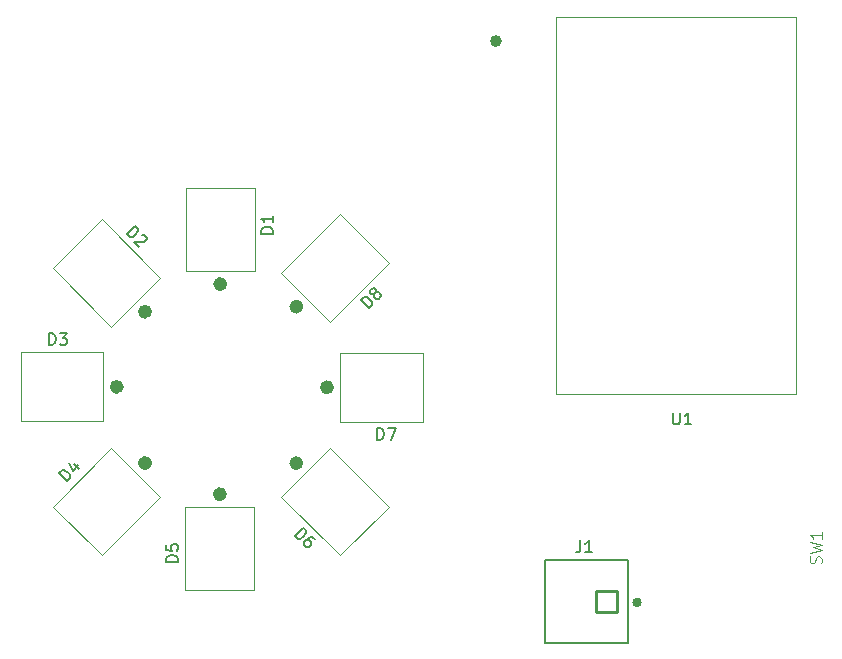
<source format=gto>
G04 #@! TF.GenerationSoftware,KiCad,Pcbnew,7.0.10*
G04 #@! TF.CreationDate,2024-01-02T03:25:23-08:00*
G04 #@! TF.ProjectId,K40-LED_PCB,4b34302d-4c45-4445-9f50-43422e6b6963,rev?*
G04 #@! TF.SameCoordinates,Original*
G04 #@! TF.FileFunction,Legend,Top*
G04 #@! TF.FilePolarity,Positive*
%FSLAX46Y46*%
G04 Gerber Fmt 4.6, Leading zero omitted, Abs format (unit mm)*
G04 Created by KiCad (PCBNEW 7.0.10) date 2024-01-02 03:25:23*
%MOMM*%
%LPD*%
G01*
G04 APERTURE LIST*
G04 Aperture macros list*
%AMRoundRect*
0 Rectangle with rounded corners*
0 $1 Rounding radius*
0 $2 $3 $4 $5 $6 $7 $8 $9 X,Y pos of 4 corners*
0 Add a 4 corners polygon primitive as box body*
4,1,4,$2,$3,$4,$5,$6,$7,$8,$9,$2,$3,0*
0 Add four circle primitives for the rounded corners*
1,1,$1+$1,$2,$3*
1,1,$1+$1,$4,$5*
1,1,$1+$1,$6,$7*
1,1,$1+$1,$8,$9*
0 Add four rect primitives between the rounded corners*
20,1,$1+$1,$2,$3,$4,$5,0*
20,1,$1+$1,$4,$5,$6,$7,0*
20,1,$1+$1,$6,$7,$8,$9,0*
20,1,$1+$1,$8,$9,$2,$3,0*%
%AMRotRect*
0 Rectangle, with rotation*
0 The origin of the aperture is its center*
0 $1 length*
0 $2 width*
0 $3 Rotation angle, in degrees counterclockwise*
0 Add horizontal line*
21,1,$1,$2,0,0,$3*%
G04 Aperture macros list end*
%ADD10C,0.100000*%
%ADD11C,0.150000*%
%ADD12C,0.120000*%
%ADD13C,0.600000*%
%ADD14C,0.500000*%
%ADD15C,0.127000*%
%ADD16C,0.400000*%
%ADD17O,6.000000X2.000000*%
%ADD18R,4.000000X1.100000*%
%ADD19R,4.000000X1.750000*%
%ADD20RotRect,1.100000X4.000000X315.000000*%
%ADD21RotRect,1.750000X4.000000X315.000000*%
%ADD22R,1.100000X4.000000*%
%ADD23R,1.750000X4.000000*%
%ADD24R,2.030000X1.500000*%
%ADD25RotRect,1.100000X4.000000X225.000000*%
%ADD26RotRect,1.750000X4.000000X225.000000*%
%ADD27RotRect,1.100000X4.000000X45.000000*%
%ADD28RotRect,1.750000X4.000000X45.000000*%
%ADD29RotRect,1.100000X4.000000X135.000000*%
%ADD30RotRect,1.750000X4.000000X135.000000*%
%ADD31RoundRect,0.102000X0.900000X0.900000X-0.900000X0.900000X-0.900000X-0.900000X0.900000X-0.900000X0*%
%ADD32C,2.004000*%
G04 APERTURE END LIST*
D10*
X158347000Y-139737932D02*
X158394619Y-139595075D01*
X158394619Y-139595075D02*
X158394619Y-139356980D01*
X158394619Y-139356980D02*
X158347000Y-139261742D01*
X158347000Y-139261742D02*
X158299380Y-139214123D01*
X158299380Y-139214123D02*
X158204142Y-139166504D01*
X158204142Y-139166504D02*
X158108904Y-139166504D01*
X158108904Y-139166504D02*
X158013666Y-139214123D01*
X158013666Y-139214123D02*
X157966047Y-139261742D01*
X157966047Y-139261742D02*
X157918428Y-139356980D01*
X157918428Y-139356980D02*
X157870809Y-139547456D01*
X157870809Y-139547456D02*
X157823190Y-139642694D01*
X157823190Y-139642694D02*
X157775571Y-139690313D01*
X157775571Y-139690313D02*
X157680333Y-139737932D01*
X157680333Y-139737932D02*
X157585095Y-139737932D01*
X157585095Y-139737932D02*
X157489857Y-139690313D01*
X157489857Y-139690313D02*
X157442238Y-139642694D01*
X157442238Y-139642694D02*
X157394619Y-139547456D01*
X157394619Y-139547456D02*
X157394619Y-139309361D01*
X157394619Y-139309361D02*
X157442238Y-139166504D01*
X157394619Y-138833170D02*
X158394619Y-138595075D01*
X158394619Y-138595075D02*
X157680333Y-138404599D01*
X157680333Y-138404599D02*
X158394619Y-138214123D01*
X158394619Y-138214123D02*
X157394619Y-137976028D01*
X158394619Y-137071266D02*
X158394619Y-137642694D01*
X158394619Y-137356980D02*
X157394619Y-137356980D01*
X157394619Y-137356980D02*
X157537476Y-137452218D01*
X157537476Y-137452218D02*
X157632714Y-137547456D01*
X157632714Y-137547456D02*
X157680333Y-137642694D01*
D11*
X103906176Y-139629917D02*
X102906176Y-139629917D01*
X102906176Y-139629917D02*
X102906176Y-139391822D01*
X102906176Y-139391822D02*
X102953795Y-139248965D01*
X102953795Y-139248965D02*
X103049033Y-139153727D01*
X103049033Y-139153727D02*
X103144271Y-139106108D01*
X103144271Y-139106108D02*
X103334747Y-139058489D01*
X103334747Y-139058489D02*
X103477604Y-139058489D01*
X103477604Y-139058489D02*
X103668080Y-139106108D01*
X103668080Y-139106108D02*
X103763318Y-139153727D01*
X103763318Y-139153727D02*
X103858557Y-139248965D01*
X103858557Y-139248965D02*
X103906176Y-139391822D01*
X103906176Y-139391822D02*
X103906176Y-139629917D01*
X102906176Y-138153727D02*
X102906176Y-138629917D01*
X102906176Y-138629917D02*
X103382366Y-138677536D01*
X103382366Y-138677536D02*
X103334747Y-138629917D01*
X103334747Y-138629917D02*
X103287128Y-138534679D01*
X103287128Y-138534679D02*
X103287128Y-138296584D01*
X103287128Y-138296584D02*
X103334747Y-138201346D01*
X103334747Y-138201346D02*
X103382366Y-138153727D01*
X103382366Y-138153727D02*
X103477604Y-138106108D01*
X103477604Y-138106108D02*
X103715699Y-138106108D01*
X103715699Y-138106108D02*
X103810937Y-138153727D01*
X103810937Y-138153727D02*
X103858557Y-138201346D01*
X103858557Y-138201346D02*
X103906176Y-138296584D01*
X103906176Y-138296584D02*
X103906176Y-138534679D01*
X103906176Y-138534679D02*
X103858557Y-138629917D01*
X103858557Y-138629917D02*
X103810937Y-138677536D01*
X99563523Y-111872679D02*
X100270630Y-111165573D01*
X100270630Y-111165573D02*
X100438989Y-111333931D01*
X100438989Y-111333931D02*
X100506332Y-111468618D01*
X100506332Y-111468618D02*
X100506332Y-111603305D01*
X100506332Y-111603305D02*
X100472660Y-111704321D01*
X100472660Y-111704321D02*
X100371645Y-111872679D01*
X100371645Y-111872679D02*
X100270630Y-111973695D01*
X100270630Y-111973695D02*
X100102271Y-112074710D01*
X100102271Y-112074710D02*
X100001256Y-112108382D01*
X100001256Y-112108382D02*
X99866569Y-112108382D01*
X99866569Y-112108382D02*
X99731882Y-112041038D01*
X99731882Y-112041038D02*
X99563523Y-111872679D01*
X100876721Y-111906351D02*
X100944065Y-111906351D01*
X100944065Y-111906351D02*
X101045080Y-111940023D01*
X101045080Y-111940023D02*
X101213439Y-112108382D01*
X101213439Y-112108382D02*
X101247111Y-112209397D01*
X101247111Y-112209397D02*
X101247111Y-112276740D01*
X101247111Y-112276740D02*
X101213439Y-112377756D01*
X101213439Y-112377756D02*
X101146095Y-112445099D01*
X101146095Y-112445099D02*
X101011408Y-112512443D01*
X101011408Y-112512443D02*
X100203286Y-112512443D01*
X100203286Y-112512443D02*
X100641019Y-112950175D01*
X92985062Y-121255903D02*
X92985062Y-120255903D01*
X92985062Y-120255903D02*
X93223157Y-120255903D01*
X93223157Y-120255903D02*
X93366014Y-120303522D01*
X93366014Y-120303522D02*
X93461252Y-120398760D01*
X93461252Y-120398760D02*
X93508871Y-120493998D01*
X93508871Y-120493998D02*
X93556490Y-120684474D01*
X93556490Y-120684474D02*
X93556490Y-120827331D01*
X93556490Y-120827331D02*
X93508871Y-121017807D01*
X93508871Y-121017807D02*
X93461252Y-121113045D01*
X93461252Y-121113045D02*
X93366014Y-121208284D01*
X93366014Y-121208284D02*
X93223157Y-121255903D01*
X93223157Y-121255903D02*
X92985062Y-121255903D01*
X93889824Y-120255903D02*
X94508871Y-120255903D01*
X94508871Y-120255903D02*
X94175538Y-120636855D01*
X94175538Y-120636855D02*
X94318395Y-120636855D01*
X94318395Y-120636855D02*
X94413633Y-120684474D01*
X94413633Y-120684474D02*
X94461252Y-120732093D01*
X94461252Y-120732093D02*
X94508871Y-120827331D01*
X94508871Y-120827331D02*
X94508871Y-121065426D01*
X94508871Y-121065426D02*
X94461252Y-121160664D01*
X94461252Y-121160664D02*
X94413633Y-121208284D01*
X94413633Y-121208284D02*
X94318395Y-121255903D01*
X94318395Y-121255903D02*
X94032681Y-121255903D01*
X94032681Y-121255903D02*
X93937443Y-121208284D01*
X93937443Y-121208284D02*
X93889824Y-121160664D01*
X120785062Y-129300776D02*
X120785062Y-128300776D01*
X120785062Y-128300776D02*
X121023157Y-128300776D01*
X121023157Y-128300776D02*
X121166014Y-128348395D01*
X121166014Y-128348395D02*
X121261252Y-128443633D01*
X121261252Y-128443633D02*
X121308871Y-128538871D01*
X121308871Y-128538871D02*
X121356490Y-128729347D01*
X121356490Y-128729347D02*
X121356490Y-128872204D01*
X121356490Y-128872204D02*
X121308871Y-129062680D01*
X121308871Y-129062680D02*
X121261252Y-129157918D01*
X121261252Y-129157918D02*
X121166014Y-129253157D01*
X121166014Y-129253157D02*
X121023157Y-129300776D01*
X121023157Y-129300776D02*
X120785062Y-129300776D01*
X121689824Y-128300776D02*
X122356490Y-128300776D01*
X122356490Y-128300776D02*
X121927919Y-129300776D01*
X145810095Y-126984019D02*
X145810095Y-127793542D01*
X145810095Y-127793542D02*
X145857714Y-127888780D01*
X145857714Y-127888780D02*
X145905333Y-127936400D01*
X145905333Y-127936400D02*
X146000571Y-127984019D01*
X146000571Y-127984019D02*
X146191047Y-127984019D01*
X146191047Y-127984019D02*
X146286285Y-127936400D01*
X146286285Y-127936400D02*
X146333904Y-127888780D01*
X146333904Y-127888780D02*
X146381523Y-127793542D01*
X146381523Y-127793542D02*
X146381523Y-126984019D01*
X147381523Y-127984019D02*
X146810095Y-127984019D01*
X147095809Y-127984019D02*
X147095809Y-126984019D01*
X147095809Y-126984019D02*
X147000571Y-127126876D01*
X147000571Y-127126876D02*
X146905333Y-127222114D01*
X146905333Y-127222114D02*
X146810095Y-127269733D01*
X120095821Y-118140715D02*
X119388715Y-117433608D01*
X119388715Y-117433608D02*
X119557073Y-117265249D01*
X119557073Y-117265249D02*
X119691760Y-117197906D01*
X119691760Y-117197906D02*
X119826447Y-117197906D01*
X119826447Y-117197906D02*
X119927463Y-117231578D01*
X119927463Y-117231578D02*
X120095821Y-117332593D01*
X120095821Y-117332593D02*
X120196837Y-117433608D01*
X120196837Y-117433608D02*
X120297852Y-117601967D01*
X120297852Y-117601967D02*
X120331524Y-117702982D01*
X120331524Y-117702982D02*
X120331524Y-117837669D01*
X120331524Y-117837669D02*
X120264180Y-117972356D01*
X120264180Y-117972356D02*
X120095821Y-118140715D01*
X120499882Y-116928532D02*
X120398867Y-116962204D01*
X120398867Y-116962204D02*
X120331524Y-116962204D01*
X120331524Y-116962204D02*
X120230508Y-116928532D01*
X120230508Y-116928532D02*
X120196837Y-116894860D01*
X120196837Y-116894860D02*
X120163165Y-116793845D01*
X120163165Y-116793845D02*
X120163165Y-116726501D01*
X120163165Y-116726501D02*
X120196837Y-116625486D01*
X120196837Y-116625486D02*
X120331524Y-116490799D01*
X120331524Y-116490799D02*
X120432539Y-116457127D01*
X120432539Y-116457127D02*
X120499882Y-116457127D01*
X120499882Y-116457127D02*
X120600898Y-116490799D01*
X120600898Y-116490799D02*
X120634569Y-116524471D01*
X120634569Y-116524471D02*
X120668241Y-116625486D01*
X120668241Y-116625486D02*
X120668241Y-116692830D01*
X120668241Y-116692830D02*
X120634569Y-116793845D01*
X120634569Y-116793845D02*
X120499882Y-116928532D01*
X120499882Y-116928532D02*
X120466211Y-117029547D01*
X120466211Y-117029547D02*
X120466211Y-117096891D01*
X120466211Y-117096891D02*
X120499882Y-117197906D01*
X120499882Y-117197906D02*
X120634569Y-117332593D01*
X120634569Y-117332593D02*
X120735585Y-117366265D01*
X120735585Y-117366265D02*
X120802928Y-117366265D01*
X120802928Y-117366265D02*
X120903943Y-117332593D01*
X120903943Y-117332593D02*
X121038630Y-117197906D01*
X121038630Y-117197906D02*
X121072302Y-117096891D01*
X121072302Y-117096891D02*
X121072302Y-117029547D01*
X121072302Y-117029547D02*
X121038630Y-116928532D01*
X121038630Y-116928532D02*
X120903943Y-116793845D01*
X120903943Y-116793845D02*
X120802928Y-116760173D01*
X120802928Y-116760173D02*
X120735585Y-116760173D01*
X120735585Y-116760173D02*
X120634569Y-116793845D01*
X94549879Y-132805590D02*
X93842773Y-132098483D01*
X93842773Y-132098483D02*
X94011131Y-131930124D01*
X94011131Y-131930124D02*
X94145818Y-131862781D01*
X94145818Y-131862781D02*
X94280505Y-131862781D01*
X94280505Y-131862781D02*
X94381521Y-131896453D01*
X94381521Y-131896453D02*
X94549879Y-131997468D01*
X94549879Y-131997468D02*
X94650895Y-132098483D01*
X94650895Y-132098483D02*
X94751910Y-132266842D01*
X94751910Y-132266842D02*
X94785582Y-132367857D01*
X94785582Y-132367857D02*
X94785582Y-132502544D01*
X94785582Y-132502544D02*
X94718238Y-132637231D01*
X94718238Y-132637231D02*
X94549879Y-132805590D01*
X95088627Y-131324033D02*
X95560032Y-131795437D01*
X94650895Y-131223018D02*
X94987612Y-131896453D01*
X94987612Y-131896453D02*
X95425345Y-131458720D01*
X113795755Y-137418621D02*
X114502862Y-136711515D01*
X114502862Y-136711515D02*
X114671221Y-136879873D01*
X114671221Y-136879873D02*
X114738564Y-137014560D01*
X114738564Y-137014560D02*
X114738564Y-137149247D01*
X114738564Y-137149247D02*
X114704892Y-137250263D01*
X114704892Y-137250263D02*
X114603877Y-137418621D01*
X114603877Y-137418621D02*
X114502862Y-137519637D01*
X114502862Y-137519637D02*
X114334503Y-137620652D01*
X114334503Y-137620652D02*
X114233488Y-137654324D01*
X114233488Y-137654324D02*
X114098801Y-137654324D01*
X114098801Y-137654324D02*
X113964114Y-137586980D01*
X113964114Y-137586980D02*
X113795755Y-137418621D01*
X115513014Y-137721667D02*
X115378327Y-137586980D01*
X115378327Y-137586980D02*
X115277312Y-137553308D01*
X115277312Y-137553308D02*
X115209969Y-137553308D01*
X115209969Y-137553308D02*
X115041610Y-137586980D01*
X115041610Y-137586980D02*
X114873251Y-137687995D01*
X114873251Y-137687995D02*
X114603877Y-137957369D01*
X114603877Y-137957369D02*
X114570205Y-138058385D01*
X114570205Y-138058385D02*
X114570205Y-138125728D01*
X114570205Y-138125728D02*
X114603877Y-138226743D01*
X114603877Y-138226743D02*
X114738564Y-138361430D01*
X114738564Y-138361430D02*
X114839579Y-138395102D01*
X114839579Y-138395102D02*
X114906923Y-138395102D01*
X114906923Y-138395102D02*
X115007938Y-138361430D01*
X115007938Y-138361430D02*
X115176297Y-138193072D01*
X115176297Y-138193072D02*
X115209969Y-138092056D01*
X115209969Y-138092056D02*
X115209969Y-138024713D01*
X115209969Y-138024713D02*
X115176297Y-137923698D01*
X115176297Y-137923698D02*
X115041610Y-137789011D01*
X115041610Y-137789011D02*
X114940595Y-137755339D01*
X114940595Y-137755339D02*
X114873251Y-137755339D01*
X114873251Y-137755339D02*
X114772236Y-137789011D01*
X111939176Y-111832251D02*
X110939176Y-111832251D01*
X110939176Y-111832251D02*
X110939176Y-111594156D01*
X110939176Y-111594156D02*
X110986795Y-111451299D01*
X110986795Y-111451299D02*
X111082033Y-111356061D01*
X111082033Y-111356061D02*
X111177271Y-111308442D01*
X111177271Y-111308442D02*
X111367747Y-111260823D01*
X111367747Y-111260823D02*
X111510604Y-111260823D01*
X111510604Y-111260823D02*
X111701080Y-111308442D01*
X111701080Y-111308442D02*
X111796318Y-111356061D01*
X111796318Y-111356061D02*
X111891557Y-111451299D01*
X111891557Y-111451299D02*
X111939176Y-111594156D01*
X111939176Y-111594156D02*
X111939176Y-111832251D01*
X111939176Y-110308442D02*
X111939176Y-110879870D01*
X111939176Y-110594156D02*
X110939176Y-110594156D01*
X110939176Y-110594156D02*
X111082033Y-110689394D01*
X111082033Y-110689394D02*
X111177271Y-110784632D01*
X111177271Y-110784632D02*
X111224890Y-110879870D01*
X137969089Y-137807688D02*
X137969089Y-138523211D01*
X137969089Y-138523211D02*
X137921388Y-138666315D01*
X137921388Y-138666315D02*
X137825985Y-138761719D01*
X137825985Y-138761719D02*
X137682880Y-138809420D01*
X137682880Y-138809420D02*
X137587477Y-138809420D01*
X138970821Y-138809420D02*
X138398403Y-138809420D01*
X138684612Y-138809420D02*
X138684612Y-137807688D01*
X138684612Y-137807688D02*
X138589209Y-137950793D01*
X138589209Y-137950793D02*
X138493806Y-138046196D01*
X138493806Y-138046196D02*
X138398403Y-138093897D01*
D12*
X104531357Y-142016823D02*
X110371357Y-142016823D01*
X104531357Y-142016823D02*
X104531357Y-135016823D01*
X110371357Y-142016823D02*
X110371357Y-135016823D01*
X104531357Y-135016823D02*
X110371357Y-135016823D01*
D13*
X107751357Y-133891823D02*
G75*
G03*
X107151357Y-133891823I-300000J0D01*
G01*
X107151357Y-133891823D02*
G75*
G03*
X107751357Y-133891823I300000J0D01*
G01*
D12*
X97433657Y-110626953D02*
X93304153Y-114756457D01*
X97433657Y-110626953D02*
X102383404Y-115576700D01*
X93304153Y-114756457D02*
X98253901Y-119706204D01*
X102383404Y-115576700D02*
X98253901Y-119706204D01*
D13*
X101414148Y-118436947D02*
G75*
G03*
X100814148Y-118436947I-300000J0D01*
G01*
X100814148Y-118436947D02*
G75*
G03*
X101414148Y-118436947I300000J0D01*
G01*
D12*
X90598157Y-121881084D02*
X90598157Y-127721084D01*
X90598157Y-121881084D02*
X97598157Y-121881084D01*
X90598157Y-127721084D02*
X97598157Y-127721084D01*
X97598157Y-121881084D02*
X97598157Y-127721084D01*
D13*
X99023157Y-124801084D02*
G75*
G03*
X98423157Y-124801084I-300000J0D01*
G01*
X98423157Y-124801084D02*
G75*
G03*
X99023157Y-124801084I300000J0D01*
G01*
D12*
X124648157Y-127765957D02*
X124648157Y-121925957D01*
X124648157Y-127765957D02*
X117648157Y-127765957D01*
X124648157Y-121925957D02*
X117648157Y-121925957D01*
X117648157Y-127765957D02*
X117648157Y-121925957D01*
D13*
X116823157Y-124845957D02*
G75*
G03*
X116223157Y-124845957I-300000J0D01*
G01*
X116223157Y-124845957D02*
G75*
G03*
X116823157Y-124845957I300000J0D01*
G01*
D14*
X131074000Y-95525200D02*
G75*
G03*
X130574000Y-95525200I-250000J0D01*
G01*
X130574000Y-95525200D02*
G75*
G03*
X131074000Y-95525200I250000J0D01*
G01*
D12*
X156207000Y-93453200D02*
X156207000Y-125393200D01*
X135907000Y-125393200D02*
X156207000Y-125393200D01*
X135907000Y-93453200D02*
X156207000Y-93453200D01*
X135907000Y-93453200D02*
X135907000Y-125393200D01*
X121742161Y-114323814D02*
X117612657Y-110194310D01*
X121742161Y-114323814D02*
X116792414Y-119273561D01*
X117612657Y-110194310D02*
X112662910Y-115144058D01*
X116792414Y-119273561D02*
X112662910Y-115144058D01*
D13*
X114232167Y-118004305D02*
G75*
G03*
X113632167Y-118004305I-300000J0D01*
G01*
X113632167Y-118004305D02*
G75*
G03*
X114232167Y-118004305I300000J0D01*
G01*
D12*
X93304153Y-134935457D02*
X97433657Y-139064961D01*
X93304153Y-134935457D02*
X98253900Y-129985710D01*
X97433657Y-139064961D02*
X102383404Y-134115213D01*
X98253900Y-129985710D02*
X102383404Y-134115213D01*
D13*
X101414147Y-131254966D02*
G75*
G03*
X100814147Y-131254966I-300000J0D01*
G01*
X100814147Y-131254966D02*
G75*
G03*
X101414147Y-131254966I300000J0D01*
G01*
D12*
X117612657Y-139064961D02*
X121742161Y-134935457D01*
X117612657Y-139064961D02*
X112662910Y-134115214D01*
X121742161Y-134935457D02*
X116792413Y-129985710D01*
X112662910Y-134115214D02*
X116792413Y-129985710D01*
D13*
X114232166Y-131254967D02*
G75*
G03*
X113632166Y-131254967I-300000J0D01*
G01*
X113632166Y-131254967D02*
G75*
G03*
X114232166Y-131254967I300000J0D01*
G01*
D12*
X110404357Y-107969157D02*
X104564357Y-107969157D01*
X110404357Y-107969157D02*
X110404357Y-114969157D01*
X104564357Y-107969157D02*
X104564357Y-114969157D01*
X110404357Y-114969157D02*
X104564357Y-114969157D01*
D13*
X107784357Y-116094157D02*
G75*
G03*
X107184357Y-116094157I-300000J0D01*
G01*
X107184357Y-116094157D02*
G75*
G03*
X107784357Y-116094157I300000J0D01*
G01*
D15*
X141983400Y-146452800D02*
X134983400Y-146452800D01*
X141983400Y-139452800D02*
X141983400Y-146452800D01*
X134983400Y-146452800D02*
X134983400Y-139452800D01*
X134983400Y-139452800D02*
X141983400Y-139452800D01*
D16*
X142973400Y-143052800D02*
G75*
G03*
X142573400Y-143052800I-200000J0D01*
G01*
X142573400Y-143052800D02*
G75*
G03*
X142973400Y-143052800I200000J0D01*
G01*
%LPC*%
D17*
X150495000Y-145384600D03*
X150495000Y-138384600D03*
D18*
X107451357Y-138516823D03*
D19*
X107451357Y-140891823D03*
X107451357Y-136141823D03*
D20*
X97843779Y-115166579D03*
D21*
X96164400Y-113487200D03*
X99523157Y-116845957D03*
D22*
X94098157Y-124801084D03*
D23*
X91723157Y-124801084D03*
X96473157Y-124801084D03*
D22*
X121148157Y-124845957D03*
D23*
X123523157Y-124845957D03*
X118773157Y-124845957D03*
D24*
X158242000Y-95453200D03*
X158242000Y-97993200D03*
X158242000Y-100533200D03*
X158242000Y-103073200D03*
X158242000Y-105613200D03*
X158242000Y-115773200D03*
X158242000Y-118313200D03*
X158242000Y-120853200D03*
X158242000Y-123393200D03*
X133872000Y-123393200D03*
X133872000Y-120853200D03*
X133872000Y-118313200D03*
X133872000Y-115773200D03*
X133872000Y-105613200D03*
X133872000Y-103073200D03*
X133872000Y-100533200D03*
X133872000Y-97993200D03*
X133872000Y-95453200D03*
D25*
X117202535Y-114733936D03*
D26*
X118881914Y-113054557D03*
X115523157Y-116413314D03*
D27*
X97843779Y-134525335D03*
D28*
X96164400Y-136204714D03*
X99523157Y-132845957D03*
D29*
X117202535Y-134525335D03*
D30*
X118881914Y-136204714D03*
X115523157Y-132845957D03*
D18*
X107484357Y-111469157D03*
D19*
X107484357Y-109094157D03*
X107484357Y-113844157D03*
D31*
X140233400Y-143052800D03*
D32*
X136733400Y-143052800D03*
%LPD*%
M02*

</source>
